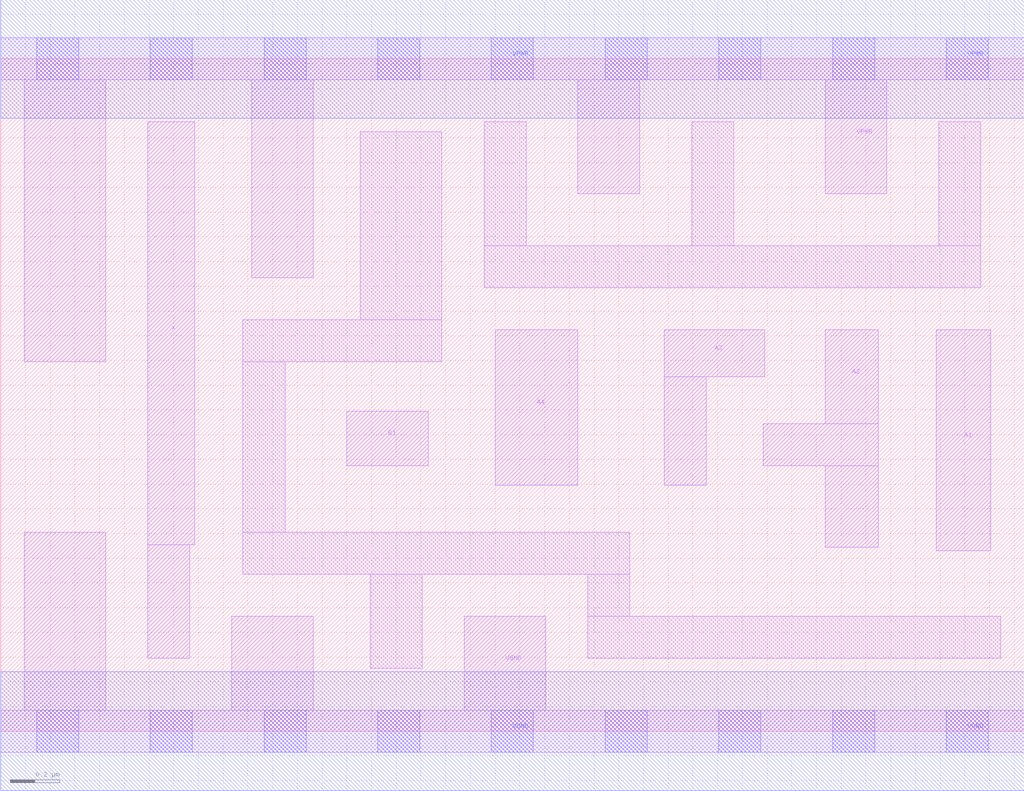
<source format=lef>
# Copyright 2020 The SkyWater PDK Authors
#
# Licensed under the Apache License, Version 2.0 (the "License");
# you may not use this file except in compliance with the License.
# You may obtain a copy of the License at
#
#     https://www.apache.org/licenses/LICENSE-2.0
#
# Unless required by applicable law or agreed to in writing, software
# distributed under the License is distributed on an "AS IS" BASIS,
# WITHOUT WARRANTIES OR CONDITIONS OF ANY KIND, either express or implied.
# See the License for the specific language governing permissions and
# limitations under the License.
#
# SPDX-License-Identifier: Apache-2.0

VERSION 5.7 ;
  NAMESCASESENSITIVE ON ;
  NOWIREEXTENSIONATPIN ON ;
  DIVIDERCHAR "/" ;
  BUSBITCHARS "[]" ;
UNITS
  DATABASE MICRONS 200 ;
END UNITS
MACRO sky130_fd_sc_hd__a41o_2
  CLASS CORE ;
  SOURCE USER ;
  FOREIGN sky130_fd_sc_hd__a41o_2 ;
  ORIGIN  0.000000  0.000000 ;
  SIZE  4.140000 BY  2.720000 ;
  SYMMETRY X Y R90 ;
  SITE unithd ;
  PIN A1
    ANTENNAGATEAREA  0.247500 ;
    DIRECTION INPUT ;
    USE SIGNAL ;
    PORT
      LAYER li1 ;
        RECT 3.785000 0.730000 4.005000 1.625000 ;
    END
  END A1
  PIN A2
    ANTENNAGATEAREA  0.247500 ;
    DIRECTION INPUT ;
    USE SIGNAL ;
    PORT
      LAYER li1 ;
        RECT 3.085000 1.075000 3.550000 1.245000 ;
        RECT 3.335000 0.745000 3.550000 1.075000 ;
        RECT 3.335000 1.245000 3.550000 1.625000 ;
    END
  END A2
  PIN A3
    ANTENNAGATEAREA  0.247500 ;
    DIRECTION INPUT ;
    USE SIGNAL ;
    PORT
      LAYER li1 ;
        RECT 2.685000 0.995000 2.855000 1.435000 ;
        RECT 2.685000 1.435000 3.090000 1.625000 ;
    END
  END A3
  PIN A4
    ANTENNAGATEAREA  0.247500 ;
    DIRECTION INPUT ;
    USE SIGNAL ;
    PORT
      LAYER li1 ;
        RECT 2.000000 0.995000 2.335000 1.625000 ;
    END
  END A4
  PIN B1
    ANTENNAGATEAREA  0.247500 ;
    DIRECTION INPUT ;
    USE SIGNAL ;
    PORT
      LAYER li1 ;
        RECT 1.400000 1.075000 1.730000 1.295000 ;
    END
  END B1
  PIN X
    ANTENNADIFFAREA  0.445500 ;
    DIRECTION OUTPUT ;
    USE SIGNAL ;
    PORT
      LAYER li1 ;
        RECT 0.595000 0.295000 0.765000 0.755000 ;
        RECT 0.595000 0.755000 0.785000 2.465000 ;
    END
  END X
  PIN VGND
    DIRECTION INOUT ;
    SHAPE ABUTMENT ;
    USE GROUND ;
    PORT
      LAYER li1 ;
        RECT 0.000000 -0.085000 4.140000 0.085000 ;
        RECT 0.095000  0.085000 0.425000 0.805000 ;
        RECT 0.935000  0.085000 1.265000 0.465000 ;
        RECT 1.875000  0.085000 2.205000 0.465000 ;
      LAYER mcon ;
        RECT 0.145000 -0.085000 0.315000 0.085000 ;
        RECT 0.605000 -0.085000 0.775000 0.085000 ;
        RECT 1.065000 -0.085000 1.235000 0.085000 ;
        RECT 1.525000 -0.085000 1.695000 0.085000 ;
        RECT 1.985000 -0.085000 2.155000 0.085000 ;
        RECT 2.445000 -0.085000 2.615000 0.085000 ;
        RECT 2.905000 -0.085000 3.075000 0.085000 ;
        RECT 3.365000 -0.085000 3.535000 0.085000 ;
        RECT 3.825000 -0.085000 3.995000 0.085000 ;
      LAYER met1 ;
        RECT 0.000000 -0.240000 4.140000 0.240000 ;
    END
  END VGND
  PIN VPWR
    DIRECTION INOUT ;
    SHAPE ABUTMENT ;
    USE POWER ;
    PORT
      LAYER li1 ;
        RECT 0.000000 2.635000 4.140000 2.805000 ;
        RECT 0.095000 1.495000 0.425000 2.635000 ;
        RECT 1.015000 1.835000 1.265000 2.635000 ;
        RECT 2.335000 2.175000 2.585000 2.635000 ;
        RECT 3.335000 2.175000 3.585000 2.635000 ;
      LAYER mcon ;
        RECT 0.145000 2.635000 0.315000 2.805000 ;
        RECT 0.605000 2.635000 0.775000 2.805000 ;
        RECT 1.065000 2.635000 1.235000 2.805000 ;
        RECT 1.525000 2.635000 1.695000 2.805000 ;
        RECT 1.985000 2.635000 2.155000 2.805000 ;
        RECT 2.445000 2.635000 2.615000 2.805000 ;
        RECT 2.905000 2.635000 3.075000 2.805000 ;
        RECT 3.365000 2.635000 3.535000 2.805000 ;
        RECT 3.825000 2.635000 3.995000 2.805000 ;
      LAYER met1 ;
        RECT 0.000000 2.480000 4.140000 2.960000 ;
    END
  END VPWR
  OBS
    LAYER li1 ;
      RECT 0.980000 0.635000 2.545000 0.805000 ;
      RECT 0.980000 0.805000 1.150000 1.495000 ;
      RECT 0.980000 1.495000 1.785000 1.665000 ;
      RECT 1.455000 1.665000 1.785000 2.425000 ;
      RECT 1.495000 0.255000 1.705000 0.635000 ;
      RECT 1.955000 1.795000 3.965000 1.965000 ;
      RECT 1.955000 1.965000 2.125000 2.465000 ;
      RECT 2.375000 0.295000 4.045000 0.465000 ;
      RECT 2.375000 0.465000 2.545000 0.635000 ;
      RECT 2.795000 1.965000 2.965000 2.465000 ;
      RECT 3.795000 1.965000 3.965000 2.465000 ;
  END
END sky130_fd_sc_hd__a41o_2

</source>
